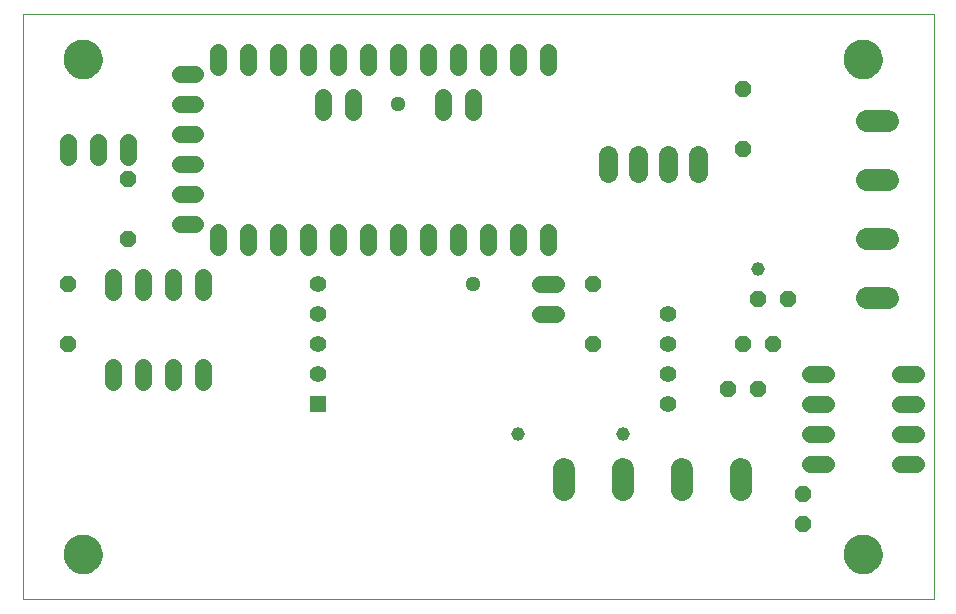
<source format=gts>
G75*
%MOIN*%
%OFA0B0*%
%FSLAX24Y24*%
%IPPOS*%
%LPD*%
%AMOC8*
5,1,8,0,0,1.08239X$1,22.5*
%
%ADD10C,0.0000*%
%ADD11C,0.1300*%
%ADD12C,0.0560*%
%ADD13R,0.0555X0.0555*%
%ADD14C,0.0555*%
%ADD15C,0.0640*%
%ADD16C,0.0555*%
%ADD17C,0.0745*%
%ADD18OC8,0.0560*%
%ADD19C,0.0512*%
%ADD20C,0.0453*%
D10*
X000180Y000680D02*
X000180Y020176D01*
X030550Y020176D01*
X030550Y000680D01*
X000180Y000680D01*
X001550Y002180D02*
X001552Y002230D01*
X001558Y002280D01*
X001568Y002329D01*
X001582Y002377D01*
X001599Y002424D01*
X001620Y002469D01*
X001645Y002513D01*
X001673Y002554D01*
X001705Y002593D01*
X001739Y002630D01*
X001776Y002664D01*
X001816Y002694D01*
X001858Y002721D01*
X001902Y002745D01*
X001948Y002766D01*
X001995Y002782D01*
X002043Y002795D01*
X002093Y002804D01*
X002142Y002809D01*
X002193Y002810D01*
X002243Y002807D01*
X002292Y002800D01*
X002341Y002789D01*
X002389Y002774D01*
X002435Y002756D01*
X002480Y002734D01*
X002523Y002708D01*
X002564Y002679D01*
X002603Y002647D01*
X002639Y002612D01*
X002671Y002574D01*
X002701Y002534D01*
X002728Y002491D01*
X002751Y002447D01*
X002770Y002401D01*
X002786Y002353D01*
X002798Y002304D01*
X002806Y002255D01*
X002810Y002205D01*
X002810Y002155D01*
X002806Y002105D01*
X002798Y002056D01*
X002786Y002007D01*
X002770Y001959D01*
X002751Y001913D01*
X002728Y001869D01*
X002701Y001826D01*
X002671Y001786D01*
X002639Y001748D01*
X002603Y001713D01*
X002564Y001681D01*
X002523Y001652D01*
X002480Y001626D01*
X002435Y001604D01*
X002389Y001586D01*
X002341Y001571D01*
X002292Y001560D01*
X002243Y001553D01*
X002193Y001550D01*
X002142Y001551D01*
X002093Y001556D01*
X002043Y001565D01*
X001995Y001578D01*
X001948Y001594D01*
X001902Y001615D01*
X001858Y001639D01*
X001816Y001666D01*
X001776Y001696D01*
X001739Y001730D01*
X001705Y001767D01*
X001673Y001806D01*
X001645Y001847D01*
X001620Y001891D01*
X001599Y001936D01*
X001582Y001983D01*
X001568Y002031D01*
X001558Y002080D01*
X001552Y002130D01*
X001550Y002180D01*
X001550Y018680D02*
X001552Y018730D01*
X001558Y018780D01*
X001568Y018829D01*
X001582Y018877D01*
X001599Y018924D01*
X001620Y018969D01*
X001645Y019013D01*
X001673Y019054D01*
X001705Y019093D01*
X001739Y019130D01*
X001776Y019164D01*
X001816Y019194D01*
X001858Y019221D01*
X001902Y019245D01*
X001948Y019266D01*
X001995Y019282D01*
X002043Y019295D01*
X002093Y019304D01*
X002142Y019309D01*
X002193Y019310D01*
X002243Y019307D01*
X002292Y019300D01*
X002341Y019289D01*
X002389Y019274D01*
X002435Y019256D01*
X002480Y019234D01*
X002523Y019208D01*
X002564Y019179D01*
X002603Y019147D01*
X002639Y019112D01*
X002671Y019074D01*
X002701Y019034D01*
X002728Y018991D01*
X002751Y018947D01*
X002770Y018901D01*
X002786Y018853D01*
X002798Y018804D01*
X002806Y018755D01*
X002810Y018705D01*
X002810Y018655D01*
X002806Y018605D01*
X002798Y018556D01*
X002786Y018507D01*
X002770Y018459D01*
X002751Y018413D01*
X002728Y018369D01*
X002701Y018326D01*
X002671Y018286D01*
X002639Y018248D01*
X002603Y018213D01*
X002564Y018181D01*
X002523Y018152D01*
X002480Y018126D01*
X002435Y018104D01*
X002389Y018086D01*
X002341Y018071D01*
X002292Y018060D01*
X002243Y018053D01*
X002193Y018050D01*
X002142Y018051D01*
X002093Y018056D01*
X002043Y018065D01*
X001995Y018078D01*
X001948Y018094D01*
X001902Y018115D01*
X001858Y018139D01*
X001816Y018166D01*
X001776Y018196D01*
X001739Y018230D01*
X001705Y018267D01*
X001673Y018306D01*
X001645Y018347D01*
X001620Y018391D01*
X001599Y018436D01*
X001582Y018483D01*
X001568Y018531D01*
X001558Y018580D01*
X001552Y018630D01*
X001550Y018680D01*
X027550Y018680D02*
X027552Y018730D01*
X027558Y018780D01*
X027568Y018829D01*
X027582Y018877D01*
X027599Y018924D01*
X027620Y018969D01*
X027645Y019013D01*
X027673Y019054D01*
X027705Y019093D01*
X027739Y019130D01*
X027776Y019164D01*
X027816Y019194D01*
X027858Y019221D01*
X027902Y019245D01*
X027948Y019266D01*
X027995Y019282D01*
X028043Y019295D01*
X028093Y019304D01*
X028142Y019309D01*
X028193Y019310D01*
X028243Y019307D01*
X028292Y019300D01*
X028341Y019289D01*
X028389Y019274D01*
X028435Y019256D01*
X028480Y019234D01*
X028523Y019208D01*
X028564Y019179D01*
X028603Y019147D01*
X028639Y019112D01*
X028671Y019074D01*
X028701Y019034D01*
X028728Y018991D01*
X028751Y018947D01*
X028770Y018901D01*
X028786Y018853D01*
X028798Y018804D01*
X028806Y018755D01*
X028810Y018705D01*
X028810Y018655D01*
X028806Y018605D01*
X028798Y018556D01*
X028786Y018507D01*
X028770Y018459D01*
X028751Y018413D01*
X028728Y018369D01*
X028701Y018326D01*
X028671Y018286D01*
X028639Y018248D01*
X028603Y018213D01*
X028564Y018181D01*
X028523Y018152D01*
X028480Y018126D01*
X028435Y018104D01*
X028389Y018086D01*
X028341Y018071D01*
X028292Y018060D01*
X028243Y018053D01*
X028193Y018050D01*
X028142Y018051D01*
X028093Y018056D01*
X028043Y018065D01*
X027995Y018078D01*
X027948Y018094D01*
X027902Y018115D01*
X027858Y018139D01*
X027816Y018166D01*
X027776Y018196D01*
X027739Y018230D01*
X027705Y018267D01*
X027673Y018306D01*
X027645Y018347D01*
X027620Y018391D01*
X027599Y018436D01*
X027582Y018483D01*
X027568Y018531D01*
X027558Y018580D01*
X027552Y018630D01*
X027550Y018680D01*
X027550Y002180D02*
X027552Y002230D01*
X027558Y002280D01*
X027568Y002329D01*
X027582Y002377D01*
X027599Y002424D01*
X027620Y002469D01*
X027645Y002513D01*
X027673Y002554D01*
X027705Y002593D01*
X027739Y002630D01*
X027776Y002664D01*
X027816Y002694D01*
X027858Y002721D01*
X027902Y002745D01*
X027948Y002766D01*
X027995Y002782D01*
X028043Y002795D01*
X028093Y002804D01*
X028142Y002809D01*
X028193Y002810D01*
X028243Y002807D01*
X028292Y002800D01*
X028341Y002789D01*
X028389Y002774D01*
X028435Y002756D01*
X028480Y002734D01*
X028523Y002708D01*
X028564Y002679D01*
X028603Y002647D01*
X028639Y002612D01*
X028671Y002574D01*
X028701Y002534D01*
X028728Y002491D01*
X028751Y002447D01*
X028770Y002401D01*
X028786Y002353D01*
X028798Y002304D01*
X028806Y002255D01*
X028810Y002205D01*
X028810Y002155D01*
X028806Y002105D01*
X028798Y002056D01*
X028786Y002007D01*
X028770Y001959D01*
X028751Y001913D01*
X028728Y001869D01*
X028701Y001826D01*
X028671Y001786D01*
X028639Y001748D01*
X028603Y001713D01*
X028564Y001681D01*
X028523Y001652D01*
X028480Y001626D01*
X028435Y001604D01*
X028389Y001586D01*
X028341Y001571D01*
X028292Y001560D01*
X028243Y001553D01*
X028193Y001550D01*
X028142Y001551D01*
X028093Y001556D01*
X028043Y001565D01*
X027995Y001578D01*
X027948Y001594D01*
X027902Y001615D01*
X027858Y001639D01*
X027816Y001666D01*
X027776Y001696D01*
X027739Y001730D01*
X027705Y001767D01*
X027673Y001806D01*
X027645Y001847D01*
X027620Y001891D01*
X027599Y001936D01*
X027582Y001983D01*
X027568Y002031D01*
X027558Y002080D01*
X027552Y002130D01*
X027550Y002180D01*
D11*
X028180Y002180D03*
X028180Y018680D03*
X002180Y018680D03*
X002180Y002180D03*
D12*
X003180Y007920D02*
X003180Y008440D01*
X004180Y008440D02*
X004180Y007920D01*
X005180Y007920D02*
X005180Y008440D01*
X006180Y008440D02*
X006180Y007920D01*
X006180Y010920D02*
X006180Y011440D01*
X005180Y011440D02*
X005180Y010920D01*
X004180Y010920D02*
X004180Y011440D01*
X003180Y011440D02*
X003180Y010920D01*
X002680Y015420D02*
X002680Y015940D01*
X001680Y015940D02*
X001680Y015420D01*
X003680Y015420D02*
X003680Y015940D01*
X017420Y011180D02*
X017940Y011180D01*
X017940Y010180D02*
X017420Y010180D01*
X026420Y008180D02*
X026940Y008180D01*
X026940Y007180D02*
X026420Y007180D01*
X026420Y006180D02*
X026940Y006180D01*
X026940Y005180D02*
X026420Y005180D01*
X029420Y005180D02*
X029940Y005180D01*
X029940Y006180D02*
X029420Y006180D01*
X029420Y007180D02*
X029940Y007180D01*
X029940Y008180D02*
X029420Y008180D01*
D13*
X010030Y007180D03*
D14*
X010030Y008180D03*
X010030Y009180D03*
X010030Y010180D03*
X010030Y011180D03*
X021680Y010180D03*
X021680Y009180D03*
X021680Y008180D03*
X021680Y007180D03*
D15*
X021680Y014880D02*
X021680Y015480D01*
X020680Y015480D02*
X020680Y014880D01*
X019680Y014880D02*
X019680Y015480D01*
X022680Y015480D02*
X022680Y014880D01*
D16*
X017680Y012937D02*
X017680Y012423D01*
X016680Y012423D02*
X016680Y012937D01*
X015680Y012937D02*
X015680Y012423D01*
X014680Y012423D02*
X014680Y012937D01*
X013680Y012937D02*
X013680Y012423D01*
X012680Y012423D02*
X012680Y012937D01*
X011680Y012937D02*
X011680Y012423D01*
X010680Y012423D02*
X010680Y012937D01*
X009680Y012937D02*
X009680Y012423D01*
X008680Y012423D02*
X008680Y012937D01*
X007680Y012937D02*
X007680Y012423D01*
X006680Y012423D02*
X006680Y012937D01*
X005937Y013180D02*
X005423Y013180D01*
X005423Y014180D02*
X005937Y014180D01*
X005937Y015180D02*
X005423Y015180D01*
X005423Y016180D02*
X005937Y016180D01*
X005937Y017180D02*
X005423Y017180D01*
X005423Y018180D02*
X005937Y018180D01*
X006680Y018423D02*
X006680Y018937D01*
X007680Y018937D02*
X007680Y018423D01*
X008680Y018423D02*
X008680Y018937D01*
X009680Y018937D02*
X009680Y018423D01*
X010680Y018423D02*
X010680Y018937D01*
X011680Y018937D02*
X011680Y018423D01*
X012680Y018423D02*
X012680Y018937D01*
X013680Y018937D02*
X013680Y018423D01*
X014680Y018423D02*
X014680Y018937D01*
X015680Y018937D02*
X015680Y018423D01*
X016680Y018423D02*
X016680Y018937D01*
X017680Y018937D02*
X017680Y018423D01*
X015180Y017437D02*
X015180Y016923D01*
X014180Y016923D02*
X014180Y017437D01*
X011180Y017437D02*
X011180Y016923D01*
X010180Y016923D02*
X010180Y017437D01*
D17*
X028328Y016633D02*
X029033Y016633D01*
X029033Y014664D02*
X028328Y014664D01*
X028328Y012696D02*
X029033Y012696D01*
X029033Y010727D02*
X028328Y010727D01*
X024133Y005033D02*
X024133Y004328D01*
X022164Y004328D02*
X022164Y005033D01*
X020196Y005033D02*
X020196Y004328D01*
X018227Y004328D02*
X018227Y005033D01*
D18*
X023680Y007680D03*
X024680Y007680D03*
X024180Y009180D03*
X025180Y009180D03*
X024680Y010680D03*
X025680Y010680D03*
X019180Y011180D03*
X019180Y009180D03*
X026180Y004180D03*
X026180Y003180D03*
X024180Y015680D03*
X024180Y017680D03*
X003680Y014680D03*
X003680Y012680D03*
X001680Y011180D03*
X001680Y009180D03*
D19*
X012680Y017180D03*
X015180Y011180D03*
D20*
X016680Y006180D03*
X020196Y006196D03*
X024680Y011680D03*
M02*

</source>
